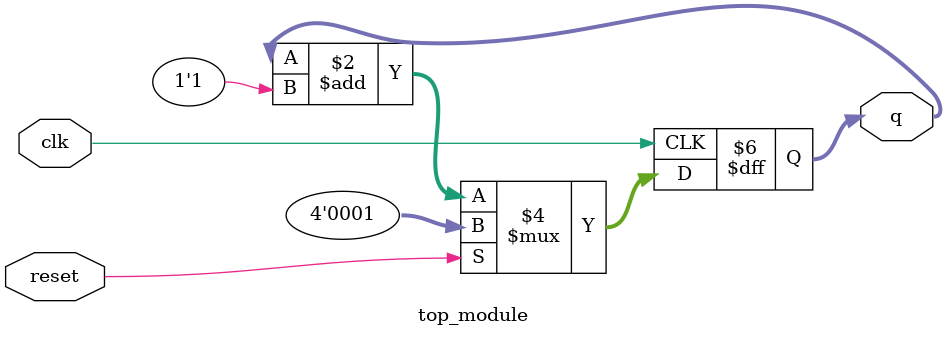
<source format=v>
module top_module (
    input clk,
    input reset,
    output reg [3:0] q);

always @(posedge clk) begin
    if(reset)
        q<=1'd1;
    else
        q<=q+1'd1;
end

endmodule
</source>
